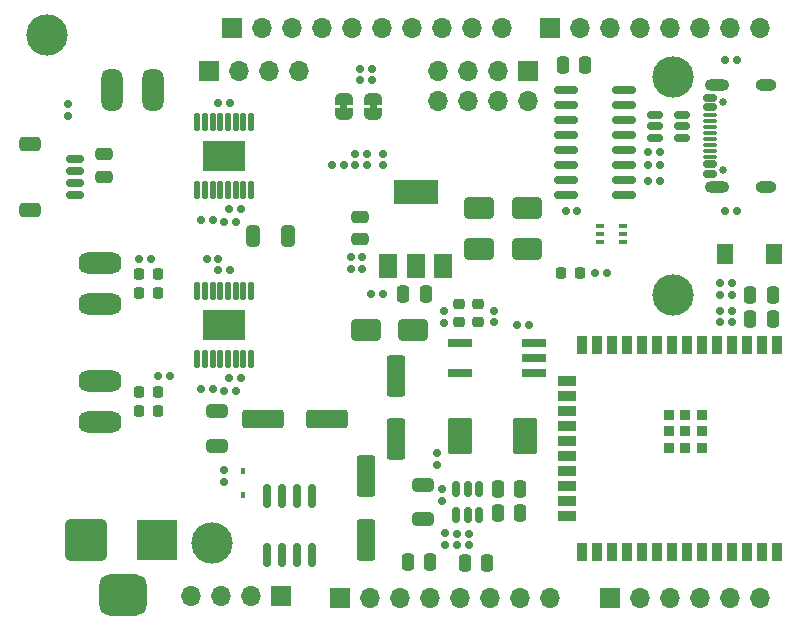
<source format=gbr>
%TF.GenerationSoftware,KiCad,Pcbnew,8.0.4*%
%TF.CreationDate,2024-09-10T17:58:53-04:00*%
%TF.ProjectId,EX-CSB1,45582d43-5342-4312-9e6b-696361645f70,rev?*%
%TF.SameCoordinates,Original*%
%TF.FileFunction,Soldermask,Top*%
%TF.FilePolarity,Negative*%
%FSLAX46Y46*%
G04 Gerber Fmt 4.6, Leading zero omitted, Abs format (unit mm)*
G04 Created by KiCad (PCBNEW 8.0.4) date 2024-09-10 17:58:53*
%MOMM*%
%LPD*%
G01*
G04 APERTURE LIST*
G04 Aperture macros list*
%AMRoundRect*
0 Rectangle with rounded corners*
0 $1 Rounding radius*
0 $2 $3 $4 $5 $6 $7 $8 $9 X,Y pos of 4 corners*
0 Add a 4 corners polygon primitive as box body*
4,1,4,$2,$3,$4,$5,$6,$7,$8,$9,$2,$3,0*
0 Add four circle primitives for the rounded corners*
1,1,$1+$1,$2,$3*
1,1,$1+$1,$4,$5*
1,1,$1+$1,$6,$7*
1,1,$1+$1,$8,$9*
0 Add four rect primitives between the rounded corners*
20,1,$1+$1,$2,$3,$4,$5,0*
20,1,$1+$1,$4,$5,$6,$7,0*
20,1,$1+$1,$6,$7,$8,$9,0*
20,1,$1+$1,$8,$9,$2,$3,0*%
%AMFreePoly0*
4,1,19,0.500000,-0.750000,0.000000,-0.750000,0.000000,-0.744911,-0.071157,-0.744911,-0.207708,-0.704816,-0.327430,-0.627875,-0.420627,-0.520320,-0.479746,-0.390866,-0.500000,-0.250000,-0.500000,0.250000,-0.479746,0.390866,-0.420627,0.520320,-0.327430,0.627875,-0.207708,0.704816,-0.071157,0.744911,0.000000,0.744911,0.000000,0.750000,0.500000,0.750000,0.500000,-0.750000,0.500000,-0.750000,
$1*%
%AMFreePoly1*
4,1,19,0.000000,0.744911,0.071157,0.744911,0.207708,0.704816,0.327430,0.627875,0.420627,0.520320,0.479746,0.390866,0.500000,0.250000,0.500000,-0.250000,0.479746,-0.390866,0.420627,-0.520320,0.327430,-0.627875,0.207708,-0.704816,0.071157,-0.744911,0.000000,-0.744911,0.000000,-0.750000,-0.500000,-0.750000,-0.500000,0.750000,0.000000,0.750000,0.000000,0.744911,0.000000,0.744911,
$1*%
G04 Aperture macros list end*
%ADD10C,0.000000*%
%ADD11R,1.350000X1.800000*%
%ADD12RoundRect,0.250000X0.475000X-0.250000X0.475000X0.250000X-0.475000X0.250000X-0.475000X-0.250000X0*%
%ADD13RoundRect,0.124000X-0.186000X-0.196000X0.186000X-0.196000X0.186000X0.196000X-0.186000X0.196000X0*%
%ADD14RoundRect,0.124138X-0.175862X-0.195862X0.175862X-0.195862X0.175862X0.195862X-0.175862X0.195862X0*%
%ADD15RoundRect,0.124000X0.186000X0.196000X-0.186000X0.196000X-0.186000X-0.196000X0.186000X-0.196000X0*%
%ADD16RoundRect,0.124000X0.196000X-0.186000X0.196000X0.186000X-0.196000X0.186000X-0.196000X-0.186000X0*%
%ADD17C,3.500000*%
%ADD18R,2.000000X0.640000*%
%ADD19RoundRect,0.124138X0.175862X0.195862X-0.175862X0.195862X-0.175862X-0.195862X0.175862X-0.195862X0*%
%ADD20C,0.600000*%
%ADD21RoundRect,0.720000X-1.080000X0.180000X-1.080000X-0.180000X1.080000X-0.180000X1.080000X0.180000X0*%
%ADD22FreePoly0,90.000000*%
%ADD23FreePoly1,90.000000*%
%ADD24RoundRect,0.250000X-0.250000X-0.475000X0.250000X-0.475000X0.250000X0.475000X-0.250000X0.475000X0*%
%ADD25R,1.700000X1.700000*%
%ADD26O,1.700000X1.700000*%
%ADD27RoundRect,0.218750X-0.218750X-0.256250X0.218750X-0.256250X0.218750X0.256250X-0.218750X0.256250X0*%
%ADD28RoundRect,0.250000X0.250000X0.475000X-0.250000X0.475000X-0.250000X-0.475000X0.250000X-0.475000X0*%
%ADD29RoundRect,0.124138X0.195862X-0.175862X0.195862X0.175862X-0.195862X0.175862X-0.195862X-0.175862X0*%
%ADD30RoundRect,0.124138X-0.195862X0.175862X-0.195862X-0.175862X0.195862X-0.175862X0.195862X0.175862X0*%
%ADD31RoundRect,0.250000X-0.550000X1.500000X-0.550000X-1.500000X0.550000X-1.500000X0.550000X1.500000X0*%
%ADD32C,0.650000*%
%ADD33RoundRect,0.150000X0.425000X-0.150000X0.425000X0.150000X-0.425000X0.150000X-0.425000X-0.150000X0*%
%ADD34RoundRect,0.075000X0.500000X-0.075000X0.500000X0.075000X-0.500000X0.075000X-0.500000X-0.075000X0*%
%ADD35O,2.100000X1.000000*%
%ADD36O,1.800000X1.000000*%
%ADD37RoundRect,0.250000X-0.325000X-0.650000X0.325000X-0.650000X0.325000X0.650000X-0.325000X0.650000X0*%
%ADD38RoundRect,0.150000X-0.150000X0.512500X-0.150000X-0.512500X0.150000X-0.512500X0.150000X0.512500X0*%
%ADD39RoundRect,0.250000X-0.475000X0.250000X-0.475000X-0.250000X0.475000X-0.250000X0.475000X0.250000X0*%
%ADD40R,0.650000X0.400000*%
%ADD41RoundRect,0.720000X0.180000X1.080000X-0.180000X1.080000X-0.180000X-1.080000X0.180000X-1.080000X0*%
%ADD42RoundRect,0.218750X-0.256250X0.218750X-0.256250X-0.218750X0.256250X-0.218750X0.256250X0.218750X0*%
%ADD43RoundRect,0.049200X-1.750800X1.180800X-1.750800X-1.180800X1.750800X-1.180800X1.750800X1.180800X0*%
%ADD44RoundRect,0.110000X-0.110000X0.677500X-0.110000X-0.677500X0.110000X-0.677500X0.110000X0.677500X0*%
%ADD45RoundRect,0.250000X1.000000X0.650000X-1.000000X0.650000X-1.000000X-0.650000X1.000000X-0.650000X0*%
%ADD46RoundRect,0.250000X-0.650000X0.325000X-0.650000X-0.325000X0.650000X-0.325000X0.650000X0.325000X0*%
%ADD47RoundRect,0.218750X0.218750X0.256250X-0.218750X0.256250X-0.218750X-0.256250X0.218750X-0.256250X0*%
%ADD48RoundRect,0.150000X0.825000X0.150000X-0.825000X0.150000X-0.825000X-0.150000X0.825000X-0.150000X0*%
%ADD49RoundRect,0.124000X-0.196000X0.186000X-0.196000X-0.186000X0.196000X-0.186000X0.196000X0.186000X0*%
%ADD50RoundRect,0.250000X-1.500000X-0.550000X1.500000X-0.550000X1.500000X0.550000X-1.500000X0.550000X0*%
%ADD51RoundRect,0.250000X-1.000000X-0.650000X1.000000X-0.650000X1.000000X0.650000X-1.000000X0.650000X0*%
%ADD52RoundRect,0.150000X-0.625000X0.150000X-0.625000X-0.150000X0.625000X-0.150000X0.625000X0.150000X0*%
%ADD53RoundRect,0.250000X-0.650000X0.350000X-0.650000X-0.350000X0.650000X-0.350000X0.650000X0.350000X0*%
%ADD54RoundRect,0.019500X-0.955500X-1.480500X0.955500X-1.480500X0.955500X1.480500X-0.955500X1.480500X0*%
%ADD55R,0.450000X0.600000*%
%ADD56R,1.500000X2.000000*%
%ADD57R,3.800000X2.000000*%
%ADD58R,3.500000X3.500000*%
%ADD59RoundRect,0.350000X-1.400000X-1.400000X1.400000X-1.400000X1.400000X1.400000X-1.400000X1.400000X0*%
%ADD60RoundRect,0.875000X-1.125000X-0.875000X1.125000X-0.875000X1.125000X0.875000X-1.125000X0.875000X0*%
%ADD61RoundRect,0.250000X0.550000X-1.500000X0.550000X1.500000X-0.550000X1.500000X-0.550000X-1.500000X0*%
%ADD62RoundRect,0.150000X-0.150000X0.825000X-0.150000X-0.825000X0.150000X-0.825000X0.150000X0.825000X0*%
%ADD63R,0.900000X1.500000*%
%ADD64R,1.500000X0.900000*%
%ADD65R,0.900000X0.900000*%
%ADD66RoundRect,0.150000X0.512500X0.150000X-0.512500X0.150000X-0.512500X-0.150000X0.512500X-0.150000X0*%
G04 APERTURE END LIST*
D10*
%TO.C,JP101*%
G36*
X28400000Y43750000D02*
G01*
X27800000Y43750000D01*
X27800000Y44250000D01*
X28400000Y44250000D01*
X28400000Y43750000D01*
G37*
%TO.C,JP102*%
G36*
X30900000Y43750000D02*
G01*
X30300000Y43750000D01*
X30300000Y44250000D01*
X30900000Y44250000D01*
X30900000Y43750000D01*
G37*
%TD*%
D11*
%TO.C,SW101*%
X60425000Y31500000D03*
X64575000Y31500000D03*
%TD*%
D12*
%TO.C,C115*%
X7799999Y38050001D03*
X7799999Y39949999D03*
%TD*%
D13*
%TO.C,C118*%
X42800000Y25500000D03*
X43800000Y25500000D03*
%TD*%
D14*
%TO.C,R121*%
X53900000Y39000000D03*
X54900000Y39000000D03*
%TD*%
D15*
%TO.C,C108*%
X19000000Y34200000D03*
X18000000Y34200000D03*
%TD*%
D16*
%TO.C,C204*%
X36015000Y13625000D03*
X36015000Y14625000D03*
%TD*%
D17*
%TO.C,H103*%
X56000000Y46500000D03*
%TD*%
D18*
%TO.C,U104*%
X37950000Y23970000D03*
X37950000Y21430000D03*
X44250000Y21430000D03*
X44250000Y22700000D03*
X44250000Y23970000D03*
%TD*%
D19*
%TO.C,R116*%
X61000000Y25700003D03*
X60000000Y25700003D03*
%TD*%
D20*
%TO.C,J103*%
X8800000Y21250000D03*
X6200000Y21250000D03*
D21*
X7500000Y20750000D03*
D20*
X8800000Y20250000D03*
X6200000Y20250000D03*
X8800000Y17750000D03*
X6200000Y17750000D03*
D21*
X7500000Y17250000D03*
D20*
X8800000Y16750000D03*
X6200000Y16750000D03*
%TD*%
D22*
%TO.C,JP101*%
X28100000Y43350000D03*
D23*
X28100000Y44650000D03*
%TD*%
D24*
%TO.C,C114*%
X46650001Y47500000D03*
X48549999Y47500000D03*
%TD*%
%TO.C,C101*%
X62550000Y25999997D03*
X64450000Y25999997D03*
%TD*%
D15*
%TO.C,C110*%
X19400000Y21000000D03*
X18400000Y21000000D03*
%TD*%
D25*
%TO.C,J108*%
X27825000Y2370000D03*
D26*
X30365000Y2370000D03*
X32905000Y2370000D03*
X35445000Y2370000D03*
X37985000Y2370000D03*
X40525000Y2370000D03*
X43065000Y2370000D03*
X45605000Y2370000D03*
%TD*%
D13*
%TO.C,C209*%
X37700000Y6900000D03*
X38700000Y6900000D03*
%TD*%
D27*
%TO.C,D104*%
X10800000Y18200001D03*
X12375000Y18200001D03*
%TD*%
D17*
%TO.C,H104*%
X56000000Y28000000D03*
%TD*%
D19*
%TO.C,R119*%
X61400000Y35100000D03*
X60400000Y35100000D03*
%TD*%
%TO.C,R202*%
X38700000Y7800000D03*
X37700000Y7800000D03*
%TD*%
D28*
%TO.C,C207*%
X43050001Y11600000D03*
X41150001Y11600000D03*
%TD*%
D29*
%TO.C,R201*%
X18000000Y12200000D03*
X18000000Y13200000D03*
%TD*%
D30*
%TO.C,R205*%
X40800000Y26700000D03*
X40800000Y25700000D03*
%TD*%
D31*
%TO.C,C203*%
X30000000Y12700000D03*
X30000000Y7300000D03*
%TD*%
D15*
%TO.C,C111*%
X19400000Y35300000D03*
X18400000Y35300000D03*
%TD*%
D29*
%TO.C,R203*%
X36700000Y6900000D03*
X36700000Y7900000D03*
%TD*%
D15*
%TO.C,C107*%
X19000000Y19900000D03*
X18000000Y19900000D03*
%TD*%
D32*
%TO.C,J114*%
X60185000Y38610000D03*
X60185000Y44390000D03*
D33*
X59110000Y38300000D03*
X59110000Y39100000D03*
D34*
X59110000Y40250000D03*
X59110000Y41250000D03*
X59110000Y41750000D03*
X59110000Y42750000D03*
D33*
X59110000Y43900000D03*
X59110000Y44700000D03*
X59110000Y44700000D03*
X59110000Y43900000D03*
D34*
X59110000Y43250000D03*
X59110000Y42250000D03*
X59110000Y40750000D03*
X59110000Y39750000D03*
D33*
X59110000Y39100000D03*
X59110000Y38300000D03*
D35*
X59685000Y37180000D03*
D36*
X63865000Y37180000D03*
D35*
X59685000Y45820000D03*
D36*
X63865000Y45820000D03*
%TD*%
D14*
%TO.C,R109*%
X30400001Y28100000D03*
X31399999Y28100000D03*
%TD*%
D30*
%TO.C,R111*%
X30100000Y40000000D03*
X30100000Y39000000D03*
%TD*%
D25*
%TO.C,J107*%
X18685000Y50630000D03*
D26*
X21225000Y50630000D03*
X23765000Y50630000D03*
X26305000Y50630000D03*
X28845000Y50630000D03*
X31385000Y50630000D03*
X33925000Y50630000D03*
X36465000Y50630000D03*
X39005000Y50630000D03*
X41545000Y50630000D03*
%TD*%
D37*
%TO.C,C105*%
X20424999Y33000000D03*
X23375001Y33000000D03*
%TD*%
D38*
%TO.C,U201*%
X39550000Y11637500D03*
X38600000Y11637500D03*
X37650000Y11637500D03*
X37650000Y9362500D03*
X38600000Y9362500D03*
X39550000Y9362500D03*
%TD*%
D39*
%TO.C,C211*%
X29500000Y34650000D03*
X29500000Y32750000D03*
%TD*%
D40*
%TO.C,Q101*%
X51750000Y32550000D03*
X51750000Y33200000D03*
X51750000Y33850000D03*
X49850000Y33850000D03*
X49850000Y33200000D03*
X49850000Y32550000D03*
%TD*%
D20*
%TO.C,J110*%
X12450000Y44100000D03*
X12450000Y46700000D03*
D41*
X11950000Y45400000D03*
D20*
X11450000Y44100000D03*
X11450000Y46700000D03*
X8950000Y44100000D03*
X8950000Y46700000D03*
D41*
X8450000Y45400000D03*
D20*
X7950000Y44100000D03*
X7950000Y46700000D03*
%TD*%
D42*
%TO.C,D205*%
X39500000Y27287500D03*
X39500000Y25712500D03*
%TD*%
D19*
%TO.C,R103*%
X61000000Y28000000D03*
X60000000Y28000000D03*
%TD*%
%TO.C,R106*%
X17500000Y31100000D03*
X16500000Y31100000D03*
%TD*%
D28*
%TO.C,C210*%
X35050000Y28100000D03*
X33150000Y28100000D03*
%TD*%
D43*
%TO.C,U101*%
X18000000Y25500000D03*
D44*
X20275000Y28362500D03*
X19625000Y28362500D03*
X18975000Y28362500D03*
X18325000Y28362500D03*
X17675000Y28362500D03*
X17025000Y28362500D03*
X16375000Y28362500D03*
X15725000Y28362500D03*
X15725000Y22637500D03*
X16375000Y22637500D03*
X17025000Y22637500D03*
X17675000Y22637500D03*
X18325000Y22637500D03*
X18975000Y22637500D03*
X19625000Y22637500D03*
X20275000Y22637500D03*
%TD*%
D19*
%TO.C,R117*%
X61000000Y26700000D03*
X60000000Y26700000D03*
%TD*%
D45*
%TO.C,D106*%
X34000001Y25100000D03*
X29999999Y25100000D03*
%TD*%
D14*
%TO.C,R118*%
X60400000Y47900000D03*
X61400000Y47900000D03*
%TD*%
D46*
%TO.C,C205*%
X34800001Y11975000D03*
X34800001Y9025000D03*
%TD*%
D42*
%TO.C,D202*%
X37900000Y27287500D03*
X37900000Y25712500D03*
%TD*%
D27*
%TO.C,D105*%
X46512500Y29900000D03*
X48087500Y29900000D03*
%TD*%
D14*
%TO.C,R101*%
X10800000Y31100000D03*
X11800000Y31100000D03*
%TD*%
D25*
%TO.C,J106*%
X43700000Y47000000D03*
D26*
X43700000Y44460000D03*
X41160000Y47000000D03*
X41160000Y44460000D03*
X38620000Y47000000D03*
X38620000Y44460000D03*
X36080000Y47000000D03*
X36080000Y44460000D03*
%TD*%
D47*
%TO.C,D103*%
X12375000Y19799999D03*
X10800000Y19799999D03*
%TD*%
D30*
%TO.C,R204*%
X36565001Y26695000D03*
X36565001Y25695000D03*
%TD*%
D20*
%TO.C,J101*%
X8800000Y31250000D03*
X6200000Y31250000D03*
D21*
X7500000Y30750000D03*
D20*
X8800000Y30250000D03*
X6200000Y30250000D03*
X8800000Y27750000D03*
X6200000Y27750000D03*
D21*
X7500000Y27250000D03*
D20*
X8800000Y26750000D03*
X6200000Y26750000D03*
%TD*%
D28*
%TO.C,C117*%
X35450000Y5400000D03*
X33550000Y5400000D03*
%TD*%
D17*
%TO.C,H101*%
X3000000Y50000000D03*
%TD*%
D48*
%TO.C,U106*%
X51875000Y36455000D03*
X51875000Y37725000D03*
X51875000Y38995000D03*
X51875000Y40265000D03*
X51875000Y41535000D03*
X51875000Y42805000D03*
X51875000Y44075000D03*
X51875000Y45345000D03*
X46925000Y45345000D03*
X46925000Y44075000D03*
X46925000Y42805000D03*
X46925000Y41535000D03*
X46925000Y40265000D03*
X46925000Y38995000D03*
X46925000Y37725000D03*
X46925000Y36455000D03*
%TD*%
D46*
%TO.C,C103*%
X17400000Y18175000D03*
X17400000Y15225000D03*
%TD*%
D49*
%TO.C,C113*%
X29100000Y40000000D03*
X29100000Y39000000D03*
%TD*%
D17*
%TO.C,H102*%
X17000000Y7000000D03*
%TD*%
D25*
%TO.C,J113*%
X45605000Y50630000D03*
D26*
X48145000Y50630000D03*
X50685000Y50630000D03*
X53225000Y50630000D03*
X55765000Y50630000D03*
X58305000Y50630000D03*
X60845000Y50630000D03*
X63385000Y50630000D03*
%TD*%
D27*
%TO.C,D101*%
X10812500Y28200001D03*
X12387500Y28200001D03*
%TD*%
D14*
%TO.C,R120*%
X53900000Y37700000D03*
X54900000Y37700000D03*
%TD*%
D24*
%TO.C,C102*%
X62550000Y27999997D03*
X64450000Y27999997D03*
%TD*%
D14*
%TO.C,R104*%
X27100000Y39000000D03*
X28100000Y39000000D03*
%TD*%
D13*
%TO.C,C120*%
X46900000Y35100000D03*
X47900000Y35100000D03*
%TD*%
D25*
%TO.C,J204*%
X22765000Y2500000D03*
D26*
X20225000Y2500000D03*
X17685000Y2500000D03*
X15145000Y2500000D03*
%TD*%
D50*
%TO.C,C201*%
X21300000Y17500000D03*
X26700000Y17500000D03*
%TD*%
D14*
%TO.C,R110*%
X28700000Y31200000D03*
X29700000Y31200000D03*
%TD*%
D30*
%TO.C,R115*%
X4800000Y44199999D03*
X4800000Y43200001D03*
%TD*%
D51*
%TO.C,D204*%
X39600000Y35400000D03*
X43600000Y35400000D03*
%TD*%
%TO.C,D203*%
X39600000Y31900000D03*
X43600000Y31900000D03*
%TD*%
D25*
%TO.C,J112*%
X50685000Y2370000D03*
D26*
X53225000Y2370000D03*
X55765000Y2370000D03*
X58305000Y2370000D03*
X60845000Y2370000D03*
X63385000Y2370000D03*
%TD*%
D52*
%TO.C,J105*%
X5400000Y39500000D03*
X5400000Y38500000D03*
X5400000Y37500000D03*
X5400000Y36500000D03*
D53*
X1525000Y40800000D03*
X1525000Y35200000D03*
%TD*%
D54*
%TO.C,L201*%
X37925000Y16100000D03*
X43475000Y16100000D03*
%TD*%
D55*
%TO.C,D201*%
X19600001Y13150001D03*
X19600001Y11050001D03*
%TD*%
D56*
%TO.C,U202*%
X31900000Y30450000D03*
X34200000Y30450000D03*
D57*
X34200000Y36750000D03*
D56*
X36500000Y30450000D03*
%TD*%
D14*
%TO.C,R107*%
X17500000Y44300000D03*
X18500000Y44300000D03*
%TD*%
D49*
%TO.C,C206*%
X36400000Y11600000D03*
X36400000Y10600000D03*
%TD*%
D13*
%TO.C,C109*%
X60000000Y28999997D03*
X61000000Y28999997D03*
%TD*%
D22*
%TO.C,JP102*%
X30600000Y43350001D03*
D23*
X30600000Y44649999D03*
%TD*%
D28*
%TO.C,C208*%
X43050001Y9600001D03*
X41150001Y9600001D03*
%TD*%
D47*
%TO.C,D102*%
X12387500Y29799999D03*
X10812500Y29799999D03*
%TD*%
D19*
%TO.C,R112*%
X50400000Y29900000D03*
X49400000Y29900000D03*
%TD*%
D29*
%TO.C,R108*%
X31400000Y39000000D03*
X31400000Y40000000D03*
%TD*%
D15*
%TO.C,C106*%
X17040000Y34400000D03*
X16040000Y34400000D03*
%TD*%
D24*
%TO.C,C116*%
X38350000Y5300000D03*
X40250000Y5300000D03*
%TD*%
D13*
%TO.C,C112*%
X28700000Y30200002D03*
X29700000Y30200002D03*
%TD*%
D29*
%TO.C,R114*%
X30500000Y46200000D03*
X30500000Y47200000D03*
%TD*%
D20*
%TO.C,J201*%
X10900000Y8700000D03*
X10900000Y7300000D03*
X10900000Y5900000D03*
D58*
X12300000Y7300000D03*
D20*
X13700000Y8700000D03*
X13700000Y7300000D03*
X13700000Y5900000D03*
X4900000Y8700000D03*
X4900000Y7300000D03*
X4900000Y5900000D03*
D59*
X6300000Y7300000D03*
D20*
X7700000Y8700000D03*
X7700000Y7300000D03*
X7700000Y5900000D03*
D60*
X9400000Y2600000D03*
%TD*%
D43*
%TO.C,U102*%
X18000000Y39800000D03*
D44*
X20275000Y42662500D03*
X19625000Y42662500D03*
X18975000Y42662500D03*
X18325000Y42662500D03*
X17675000Y42662500D03*
X17025000Y42662500D03*
X16375000Y42662500D03*
X15725000Y42662500D03*
X15725000Y36937500D03*
X16375000Y36937500D03*
X17025000Y36937500D03*
X17675000Y36937500D03*
X18325000Y36937500D03*
X18975000Y36937500D03*
X19625000Y36937500D03*
X20275000Y36937500D03*
%TD*%
D14*
%TO.C,R105*%
X17500000Y30100000D03*
X18500000Y30100000D03*
%TD*%
D29*
%TO.C,R113*%
X29500000Y46200000D03*
X29500000Y47200000D03*
%TD*%
D61*
%TO.C,C202*%
X32500000Y15800000D03*
X32500000Y21200000D03*
%TD*%
D14*
%TO.C,R102*%
X12400001Y21200000D03*
X13399999Y21200000D03*
%TD*%
D62*
%TO.C,Q201*%
X25405000Y10975000D03*
X24135000Y10975000D03*
X22865000Y10975000D03*
X21595000Y10975000D03*
X21595000Y6025000D03*
X22865000Y6025000D03*
X24135000Y6025000D03*
X25405000Y6025000D03*
%TD*%
D63*
%TO.C,U103*%
X64760000Y23750000D03*
X63490000Y23750000D03*
X62220000Y23750000D03*
X60950000Y23750000D03*
X59680000Y23750000D03*
X58410000Y23750000D03*
X57140000Y23750000D03*
X55870000Y23750000D03*
X54600000Y23750000D03*
X53330000Y23750000D03*
X52060000Y23750000D03*
X50790000Y23750000D03*
X49520000Y23750000D03*
X48250000Y23750000D03*
D64*
X47000000Y20715000D03*
X47000000Y19445000D03*
X47000000Y18175000D03*
X47000000Y16905000D03*
X47000000Y15635000D03*
X47000000Y14365000D03*
X47000000Y13095000D03*
X47000000Y11825000D03*
X47000000Y10555000D03*
X47000000Y9285000D03*
D63*
X48250000Y6250000D03*
X49520000Y6250000D03*
X50790000Y6250000D03*
X52060000Y6250000D03*
X53330000Y6250000D03*
X54600000Y6250000D03*
X55870000Y6250000D03*
X57140000Y6250000D03*
X58410000Y6250000D03*
X59680000Y6250000D03*
X60950000Y6250000D03*
X62220000Y6250000D03*
X63490000Y6250000D03*
X64760000Y6250000D03*
D65*
X58440000Y17900000D03*
X57040000Y17900000D03*
X55640000Y17900000D03*
X58440000Y16500000D03*
X57040000Y16500000D03*
X55640000Y16500000D03*
X58440000Y15100000D03*
X57040000Y15100000D03*
X55640000Y15100000D03*
%TD*%
D25*
%TO.C,J111*%
X16700000Y47025000D03*
D26*
X19240000Y47025000D03*
X21780000Y47025000D03*
X24320000Y47025000D03*
%TD*%
D15*
%TO.C,C104*%
X17040000Y20100000D03*
X16040000Y20100000D03*
%TD*%
D13*
%TO.C,C119*%
X53900000Y40100000D03*
X54900000Y40100000D03*
%TD*%
D66*
%TO.C,U105*%
X56737500Y41350000D03*
X56737500Y42300000D03*
X56737500Y43250000D03*
X54462500Y43250000D03*
X54462500Y42300000D03*
X54462500Y41350000D03*
%TD*%
G36*
X52381694Y24181694D02*
G01*
X52400000Y24137500D01*
X52400000Y23862500D01*
X52381694Y23818306D01*
X52337500Y23800000D01*
X52262500Y23800000D01*
X52218306Y23818306D01*
X52200000Y23862500D01*
X52200000Y24137500D01*
X52218306Y24181694D01*
X52262500Y24200000D01*
X52337500Y24200000D01*
X52381694Y24181694D01*
G37*
M02*

</source>
